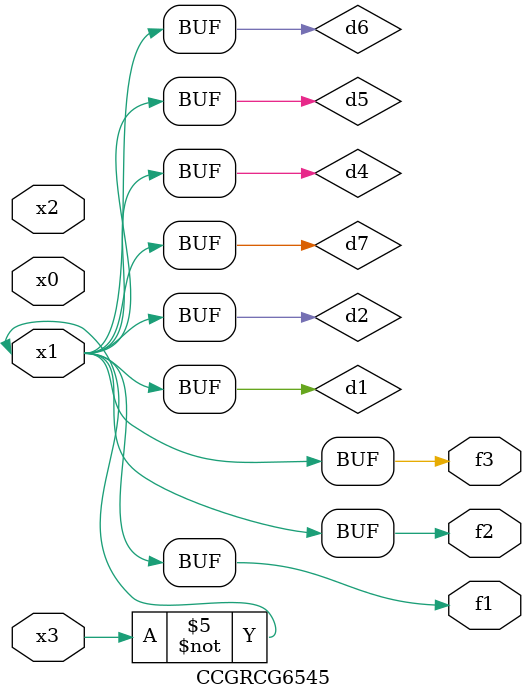
<source format=v>
module CCGRCG6545(
	input x0, x1, x2, x3,
	output f1, f2, f3
);

	wire d1, d2, d3, d4, d5, d6, d7;

	not (d1, x3);
	buf (d2, x1);
	xnor (d3, d1, d2);
	nor (d4, d1);
	buf (d5, d1, d2);
	buf (d6, d4, d5);
	nand (d7, d4);
	assign f1 = d6;
	assign f2 = d7;
	assign f3 = d6;
endmodule

</source>
